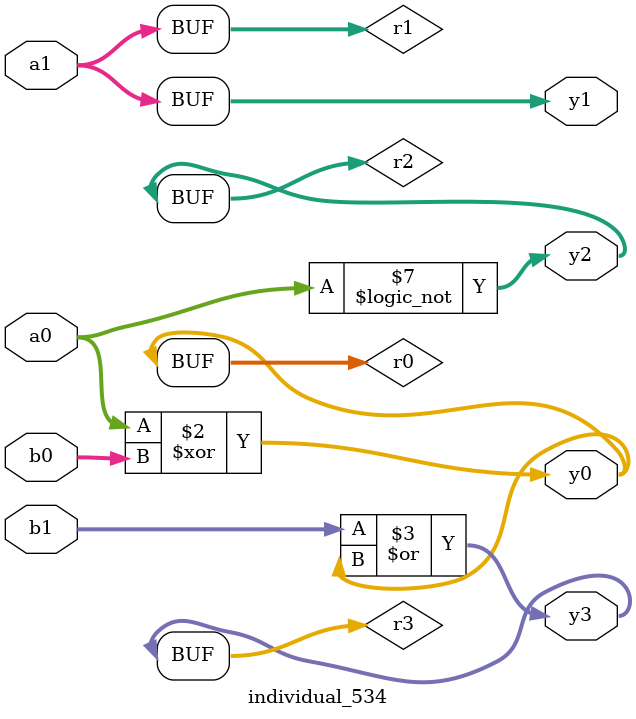
<source format=sv>
module individual_534(input logic [15:0] a1, input logic [15:0] a0, input logic [15:0] b1, input logic [15:0] b0, output logic [15:0] y3, output logic [15:0] y2, output logic [15:0] y1, output logic [15:0] y0);
logic [15:0] r0, r1, r2, r3; 
 always@(*) begin 
	 r0 = a0; r1 = a1; r2 = b0; r3 = b1; 
 	 r0  ^=  b0 ;
 	 r3  |=  r0 ;
 	 r2 = ! r1 ;
 	 r2  ^=  r2 ;
 	 r2 = ! r3 ;
 	 r2 = ! a0 ;
 	 y3 = r3; y2 = r2; y1 = r1; y0 = r0; 
end
endmodule
</source>
